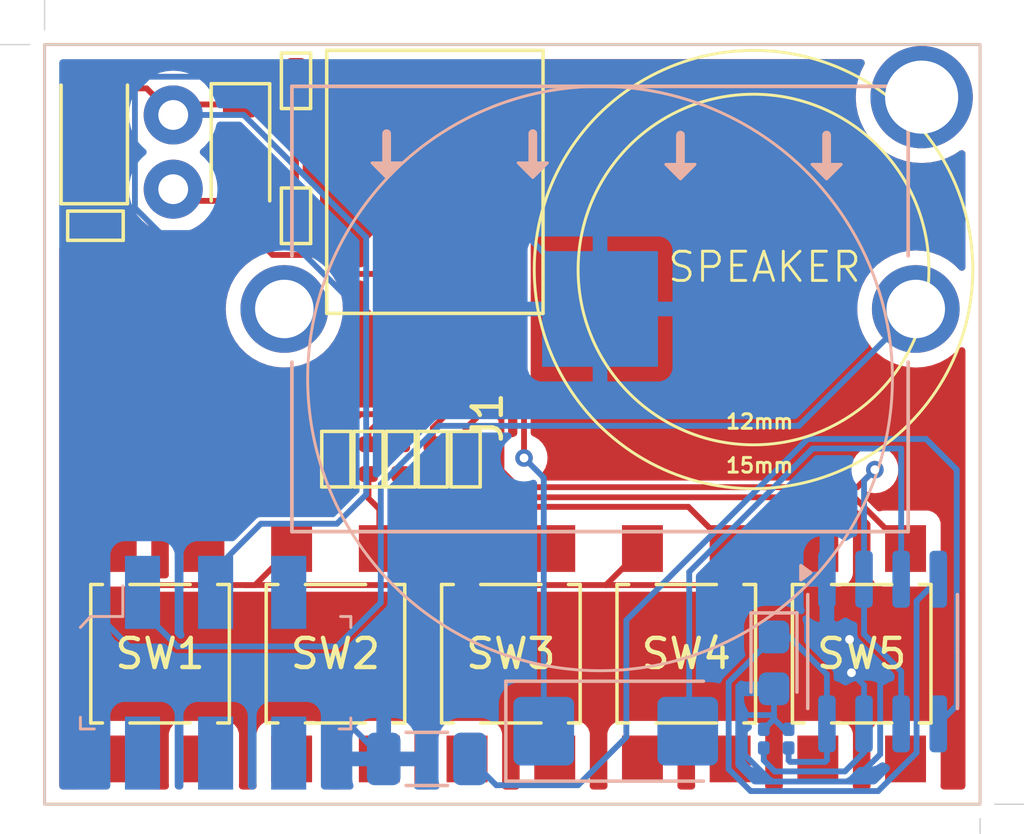
<source format=kicad_pcb>
(kicad_pcb (version 20240108) (generator "pcbnew") (generator_version "8.0")
  (layers (0 "F.Cu" signal) (31 "B.Cu" signal) (34 "B.Paste" user) (35 "F.Paste" user) (36 "B.SilkS" user "B.Silkscreen") (37 "F.SilkS" user "F.Silkscreen") (38 "B.Mask" user) (39 "F.Mask" user) (44 "Edge.Cuts" user))
  (net 0 "")
  (net 1 "GND")
  (net 2 "Net-(BT1-PadS+1)")
  (net 3 "K0")
  (net 4 "Net-(U1-R)")
  (net 5 "Net-(U1-CV)")
  (net 6 "555_OUT")
  (net 7 "Net-(Q1-B)")
  (net 8 "3V")
  (net 9 "Net-(D1-K)")
  (net 10 "Net-(D2-A)")
  (net 11 "K1")
  (net 12 "Net-(R4-Pad1)")
  (net 13 "Net-(R5-Pad1)")
  (net 14 "Net-(R6-Pad1)")
  (net 15 "Net-(R7-Pad1)")
  (net 16 "Net-(R8-Pad1)")
  (footprint "PCM_Resistor_SMD_AKL:R_0402_1005Metric" (layer "F.Cu") (at 114.58 111.69 90)
    (property "Reference" "R5" (hide yes))
    (property "Value" "25.5k 1% ERJ-2RKF2552X" (hide yes))
    (fp_line (start 0.95 -0.5) (end -0.95 -0.5) (stroke (width 0.12)) (layer "F.SilkS"))
    (fp_line (start -0.95 -0.5) (end -0.95 0.5) (stroke (width 0.12)) (layer "F.SilkS"))
    (fp_line (start 0.95 0.5) (end 0.95 -0.5) (stroke (width 0.12)) (layer "F.SilkS"))
    (fp_line (start -0.95 0.5) (end 0.95 0.5) (stroke (width 0.12)) (layer "F.SilkS"))
    (pad "1" smd roundrect (at -0.51 0 90) (size 0.54 0.64) (layers "F.Cu" "F.Paste" "F.Mask") (net 13 "Net-(R5-Pad1)"))
    (pad "2" smd roundrect (at 0.51 0 90) (size 0.54 0.64) (layers "F.Cu" "F.Paste" "F.Mask") (net 11 "K1"))
  )
  (footprint "PCM_Resistor_SMD_AKL:R_0402_1005Metric" (layer "F.Cu") (at 105.24 103.7)
    (property "Reference" "R1" (hide yes))
    (property "Value" "39 Ohm RC0402FR-0739RL" (hide yes))
    (fp_line (start -0.95 -0.5) (end -0.95 0.5) (stroke (width 0.12)) (layer "F.SilkS"))
    (fp_line (start -0.95 0.5) (end 0.95 0.5) (stroke (width 0.12)) (layer "F.SilkS"))
    (fp_line (start 0.95 -0.5) (end -0.95 -0.5) (stroke (width 0.12)) (layer "F.SilkS"))
    (fp_line (start 0.95 0.5) (end 0.95 -0.5) (stroke (width 0.12)) (layer "F.SilkS"))
    (pad "1" smd roundrect (at -0.51 0) (size 0.54 0.64) (layers "F.Cu" "F.Paste" "F.Mask") (net 9 "Net-(D1-K)"))
    (pad "2" smd roundrect (at 0.51 0) (size 0.54 0.64) (layers "F.Cu" "F.Paste" "F.Mask") (net 1 "GND"))
  )
  (footprint "PCM_Resistor_SMD_AKL:R_0402_1005Metric" (layer "F.Cu") (at 116.78 111.69 90)
    (property "Reference" "R7" (hide yes))
    (property "Value" "24k 1% ERJ-2RKF2402X" (hide yes))
    (fp_line (start 0.95 -0.5) (end -0.95 -0.5) (stroke (width 0.12)) (layer "F.SilkS"))
    (fp_line (start -0.95 -0.5) (end -0.95 0.5) (stroke (width 0.12)) (layer "F.SilkS"))
    (fp_line (start 0.95 0.5) (end 0.95 -0.5) (stroke (width 0.12)) (layer "F.SilkS"))
    (fp_line (start -0.95 0.5) (end 0.95 0.5) (stroke (width 0.12)) (layer "F.SilkS"))
    (pad "1" smd roundrect (at -0.51 0 90) (size 0.54 0.64) (layers "F.Cu" "F.Paste" "F.Mask") (net 15 "Net-(R7-Pad1)"))
    (pad "2" smd roundrect (at 0.51 0 90) (size 0.54 0.64) (layers "F.Cu" "F.Paste" "F.Mask") (net 11 "K1"))
  )
  (footprint "PCM_Resistor_SMD_AKL:R_0402_1005Metric" (layer "F.Cu") (at 112.1 103.36 -90)
    (property "Reference" "R3" (hide yes))
    (property "Value" "1k 1% ERJ-2RKF1001X" (hide yes))
    (fp_line (start -0.95 0.5) (end 0.95 0.5) (stroke (width 0.12)) (layer "F.SilkS"))
    (fp_line (start 0.95 0.5) (end 0.95 -0.5) (stroke (width 0.12)) (layer "F.SilkS"))
    (fp_line (start -0.95 -0.5) (end -0.95 0.5) (stroke (width 0.12)) (layer "F.SilkS"))
    (fp_line (start 0.95 -0.5) (end -0.95 -0.5) (stroke (width 0.12)) (layer "F.SilkS"))
    (pad "1" smd roundrect (at -0.51 0 270) (size 0.54 0.64) (layers "F.Cu" "F.Paste" "F.Mask") (net 7 "Net-(Q1-B)"))
    (pad "2" smd roundrect (at 0.51 0 270) (size 0.54 0.64) (layers "F.Cu" "F.Paste" "F.Mask") (net 1 "GND"))
  )
  (footprint "Button_Switch_SMD:SW_SPST_TL3305B" (layer "F.Cu") (at 113.45 118.35 90)
    (property "Reference" "SW2" (at 0 0 180) (layer "F.SilkS"))
    (property "Value" "TL3305" (hide yes))
    (fp_line (start 2.37 -2.37) (end 2.37 -1.97) (stroke (width 0.12)) (layer "F.SilkS"))
    (fp_line (start -2.37 -2.37) (end 2.37 -2.37) (stroke (width 0.12)) (layer "F.SilkS"))
    (fp_line (start -2.37 -2.37) (end -2.37 -1.97) (stroke (width 0.12)) (layer "F.SilkS"))
    (fp_line (start 2.37 1.03) (end 2.37 -1.03) (stroke (width 0.12)) (layer "F.SilkS"))
    (fp_line (start -2.37 1.03) (end -2.37 -1.03) (stroke (width 0.12)) (layer "F.SilkS"))
    (fp_line (start 2.37 2.37) (end 2.37 1.97) (stroke (width 0.12)) (layer "F.SilkS"))
    (fp_line (start -2.37 2.37) (end -2.37 1.97) (stroke (width 0.12)) (layer "F.SilkS"))
    (fp_line (start -2.37 2.37) (end 2.37 2.37) (stroke (width 0.12)) (layer "F.SilkS"))
    (pad "1" smd rect (at -3.6 -1.5 90) (size 1.6 1.4) (layers "F.Cu" "F.Paste" "F.Mask") (net 3 "K0"))
    (pad "1" smd rect (at 3.6 -1.5 90) (size 1.6 1.4) (layers "F.Cu" "F.Paste" "F.Mask") (net 3 "K0"))
    (pad "2" smd rect (at -3.6 1.5 90) (size 1.6 1.4) (layers "F.Cu" "F.Paste" "F.Mask") (net 13 "Net-(R5-Pad1)"))
    (pad "2" smd rect (at 3.6 1.5 90) (size 1.6 1.4) (layers "F.Cu" "F.Paste" "F.Mask") (net 13 "Net-(R5-Pad1)"))
  )
  (footprint "Button_Switch_SMD:SW_SPST_TL3305B" (layer "F.Cu") (at 131.45 118.35 90)
    (property "Reference" "SW5" (at 0 0 180) (layer "F.SilkS"))
    (property "Value" "TL3305" (hide yes))
    (fp_line (start 2.37 -2.37) (end 2.37 -1.97) (stroke (width 0.12)) (layer "F.SilkS"))
    (fp_line (start -2.37 -2.37) (end 2.37 -2.37) (stroke (width 0.12)) (layer "F.SilkS"))
    (fp_line (start -2.37 -2.37) (end -2.37 -1.97) (stroke (width 0.12)) (layer "F.SilkS"))
    (fp_line (start 2.37 1.03) (end 2.37 -1.03) (stroke (width 0.12)) (layer "F.SilkS"))
    (fp_line (start -2.37 1.03) (end -2.37 -1.03) (stroke (width 0.12)) (layer "F.SilkS"))
    (fp_line (start 2.37 2.37) (end 2.37 1.97) (stroke (width 0.12)) (layer "F.SilkS"))
    (fp_line (start -2.37 2.37) (end -2.37 1.97) (stroke (width 0.12)) (layer "F.SilkS"))
    (fp_line (start -2.37 2.37) (end 2.37 2.37) (stroke (width 0.12)) (layer "F.SilkS"))
    (pad "1" smd rect (at -3.6 -1.5 90) (size 1.6 1.4) (layers "F.Cu" "F.Paste" "F.Mask") (net 3 "K0"))
    (pad "1" smd rect (at 3.6 -1.5 90) (size 1.6 1.4) (layers "F.Cu" "F.Paste" "F.Mask") (net 3 "K0"))
    (pad "2" smd rect (at -3.6 1.5 90) (size 1.6 1.4) (layers "F.Cu" "F.Paste" "F.Mask") (net 16 "Net-(R8-Pad1)"))
    (pad "2" smd rect (at 3.6 1.5 90) (size 1.6 1.4) (layers "F.Cu" "F.Paste" "F.Mask") (net 16 "Net-(R8-Pad1)"))
  )
  (footprint "digikey-footprints:PinHeader_1x2_P2.54mm_Drill1.02mm" (layer "F.Cu") (at 107.9 102.45 90)
    (property "Reference" "J1" (at -7.82 10.75 90) (layer "F.SilkS"))
    (property "Value" "2 pin header" (hide yes))
    (pad "1" thru_hole circle (at 0 0 90) (size 2.02 2.02) (drill 1.02) (layers "*.Cu" "*.Mask") (net 10 "Net-(D2-A)"))
    (pad "2" thru_hole circle (at 2.54 0 90) (size 2.02 2.02) (drill 1.02) (layers "*.Cu" "*.Mask") (net 8 "3V"))
  )
  (footprint "Diode_SMD:D_SOD-123" (layer "F.Cu") (at 110.2 101.2 -90)
    (property "Reference" "D2" (hide yes))
    (property "Value" "DSS15U" (hide yes))
    (fp_line (start -2.36 1) (end 1.65 1) (stroke (width 0.12)) (layer "F.SilkS"))
    (fp_line (start -2.36 -1) (end -2.36 1) (stroke (width 0.12)) (layer "F.SilkS"))
    (fp_line (start -2.36 -1) (end 1.65 -1) (stroke (width 0.12)) (layer "F.SilkS"))
    (pad "1" smd roundrect (at -1.65 0 270) (size 0.9 1.2) (layers "F.Cu" "F.Paste" "F.Mask") (net 8 "3V"))
    (pad "2" smd roundrect (at 1.65 0 270) (size 0.9 1.2) (layers "F.Cu" "F.Paste" "F.Mask") (net 10 "Net-(D2-A)"))
  )
  (footprint "PCM_Resistor_SMD_AKL:R_0402_1005Metric" (layer "F.Cu") (at 113.48 111.69 90)
    (property "Reference" "R4" (hide yes))
    (property "Value" "27k 1% RMCF0402FT27K0" (hide yes))
    (fp_line (start 0.95 -0.5) (end -0.95 -0.5) (stroke (width 0.12)) (layer "F.SilkS"))
    (fp_line (start -0.95 -0.5) (end -0.95 0.5) (stroke (width 0.12)) (layer "F.SilkS"))
    (fp_line (start 0.95 0.5) (end 0.95 -0.5) (stroke (width 0.12)) (layer "F.SilkS"))
    (fp_line (start -0.95 0.5) (end 0.95 0.5) (stroke (width 0.12)) (layer "F.SilkS"))
    (pad "1" smd roundrect (at -0.51 0 90) (size 0.54 0.64) (layers "F.Cu" "F.Paste" "F.Mask") (net 12 "Net-(R4-Pad1)"))
    (pad "2" smd roundrect (at 0.51 0 90) (size 0.54 0.64) (layers "F.Cu" "F.Paste" "F.Mask") (net 11 "K1"))
  )
  (footprint "Button_Switch_SMD:SW_SPST_TL3305B" (layer "F.Cu") (at 107.45 118.35 90)
    (property "Reference" "SW1" (at 0 0 180) (layer "F.SilkS"))
    (property "Value" "TL3305" (hide yes))
    (fp_line (start 2.37 -2.37) (end 2.37 -1.97) (stroke (width 0.12)) (layer "F.SilkS"))
    (fp_line (start -2.37 -2.37) (end 2.37 -2.37) (stroke (width 0.12)) (layer "F.SilkS"))
    (fp_line (start -2.37 -2.37) (end -2.37 -1.97) (stroke (width 0.12)) (layer "F.SilkS"))
    (fp_line (start 2.37 1.03) (end 2.37 -1.03) (stroke (width 0.12)) (layer "F.SilkS"))
    (fp_line (start -2.37 1.03) (end -2.37 -1.03) (stroke (width 0.12)) (layer "F.SilkS"))
    (fp_line (start 2.37 2.37) (end 2.37 1.97) (stroke (width 0.12)) (layer "F.SilkS"))
    (fp_line (start -2.37 2.37) (end -2.37 1.97) (stroke (width 0.12)) (layer "F.SilkS"))
    (fp_line (start -2.37 2.37) (end 2.37 2.37) (stroke (width 0.12)) (layer "F.SilkS"))
    (pad "1" smd rect (at -3.6 -1.5 90) (size 1.6 1.4) (layers "F.Cu" "F.Paste" "F.Mask") (net 3 "K0"))
    (pad "1" smd rect (at 3.6 -1.5 90) (size 1.6 1.4) (layers "F.Cu" "F.Paste" "F.Mask") (net 3 "K0"))
    (pad "2" smd rect (at -3.6 1.5 90) (size 1.6 1.4) (layers "F.Cu" "F.Paste" "F.Mask") (net 12 "Net-(R4-Pad1)"))
    (pad "2" smd rect (at 3.6 1.5 90) (size 1.6 1.4) (layers "F.Cu" "F.Paste" "F.Mask") (net 12 "Net-(R4-Pad1)"))
  )
  (footprint "PCM_Package_TO_SOT_SMD_AKL:SOT-223-3_TabPin2" (layer "F.Cu") (at 116.85 102.2 -90)
    (property "Reference" "Q1" (hide yes))
    (property "Value" "PZT2222A" (hide yes))
    (fp_line (start -4.5 3.7) (end -4.5 -3.7) (stroke (width 0.12)) (layer "F.SilkS"))
    (fp_line (start 4.5 3.7) (end -4.5 3.7) (stroke (width 0.12)) (layer "F.SilkS"))
    (fp_line (start -4.5 -3.7) (end 4.5 -3.7) (stroke (width 0.12)) (layer "F.SilkS"))
    (fp_line (start 4.5 -3.7) (end 4.5 3.7) (stroke (width 0.12)) (layer "F.SilkS"))
    (pad "1" smd roundrect (at -3.15 -2.3 270) (size 2 1.5) (layers "F.Cu" "F.Paste" "F.Mask") (roundrect_rratio 0.1666666667) (net 7 "Net-(Q1-B)"))
    (pad "2" smd roundrect (at -3.15 0 270) (size 2 1.5) (layers "F.Cu" "F.Paste" "F.Mask") (roundrect_rratio 0.1666666667) (net 10 "Net-(D2-A)"))
    (pad "2" smd roundrect (at 3.15 0 270) (size 2 3.8) (layers "F.Cu" "F.Paste" "F.Mask") (roundrect_rratio 0.125) (net 10 "Net-(D2-A)"))
    (pad "3" smd roundrect (at -3.15 2.3 270) (size 2 1.5) (layers "F.Cu" "F.Paste" "F.Mask") (roundrect_rratio 0.1666666667) (net 1 "GND"))
  )
  (footprint "PCM_Resistor_SMD_AKL:R_0402_1005Metric" (layer "F.Cu") (at 117.9 111.69 90)
    (property "Reference" "R8" (hide yes))
    (property "Value" "22.1k 1% ERJ-2RKF2212X" (hide yes))
    (fp_line (start 0.95 -0.5) (end -0.95 -0.5) (stroke (width 0.12)) (layer "F.SilkS"))
    (fp_line (start -0.95 -0.5) (end -0.95 0.5) (stroke (width 0.12)) (layer "F.SilkS"))
    (fp_line (start 0.95 0.5) (end 0.95 -0.5) (stroke (width 0.12)) (layer "F.SilkS"))
    (fp_line (start -0.95 0.5) (end 0.95 0.5) (stroke (width 0.12)) (layer "F.SilkS"))
    (pad "1" smd roundrect (at -0.51 0 90) (size 0.54 0.64) (layers "F.Cu" "F.Paste" "F.Mask") (net 16 "Net-(R8-Pad1)"))
    (pad "2" smd roundrect (at 0.51 0 90) (size 0.54 0.64) (layers "F.Cu" "F.Paste" "F.Mask") (net 11 "K1"))
  )
  (footprint "PCM_Resistor_SMD_AKL:R_0402_1005Metric" (layer "F.Cu") (at 112.1 98.74 -90)
    (property "Reference" "R2" (hide yes))
    (property "Value" "10k 1% RC1005F103CS" (hide yes))
    (fp_line (start -0.95 0.5) (end 0.95 0.5) (stroke (width 0.12)) (layer "F.SilkS"))
    (fp_line (start 0.95 0.5) (end 0.95 -0.5) (stroke (width 0.12)) (layer "F.SilkS"))
    (fp_line (start -0.95 -0.5) (end -0.95 0.5) (stroke (width 0.12)) (layer "F.SilkS"))
    (fp_line (start 0.95 -0.5) (end -0.95 -0.5) (stroke (width 0.12)) (layer "F.SilkS"))
    (pad "1" smd roundrect (at -0.51 0 270) (size 0.54 0.64) (layers "F.Cu" "F.Paste" "F.Mask") (net 8 "3V"))
    (pad "2" smd roundrect (at 0.51 0 270) (size 0.54 0.64) (layers "F.Cu" "F.Paste" "F.Mask") (net 7 "Net-(Q1-B)"))
  )
  (footprint "Button_Switch_SMD:SW_SPST_TL3305B" (layer "F.Cu") (at 119.45 118.35 90)
    (property "Reference" "SW3" (at 0 0 180) (layer "F.SilkS"))
    (property "Value" "TL3305" (hide yes))
    (fp_line (start 2.37 -2.37) (end 2.37 -1.97) (stroke (width 0.12)) (layer "F.SilkS"))
    (fp_line (start -2.37 -2.37) (end 2.37 -2.37) (stroke (width 0.12)) (layer "F.SilkS"))
    (fp_line (start -2.37 -2.37) (end -2.37 -1.97) (stroke (width 0.12)) (layer "F.SilkS"))
    (fp_line (start 2.37 1.03) (end 2.37 -1.03) (stroke (width 0.12)) (layer "F.SilkS"))
    (fp_line (start -2.37 1.03) (end -2.37 -1.03) (stroke (width 0.12)) (layer "F.SilkS"))
    (fp_line (start 2.37 2.37) (end 2.37 1.97) (stroke (width 0.12)) (layer "F.SilkS"))
    (fp_line (start -2.37 2.37) (end -2.37 1.97) (stroke (width 0.12)) (layer "F.SilkS"))
    (fp_line (start -2.37 2.37) (end 2.37 2.37) (stroke (width 0.12)) (layer "F.SilkS"))
    (pad "1" smd rect (at -3.6 -1.5 90) (size 1.6 1.4) (layers "F.Cu" "F.Paste" "F.Mask") (net 3 "K0"))
    (pad "1" smd rect (at 3.6 -1.5 90) (size 1.6 1.4) (layers "F.Cu" "F.Paste" "F.Mask") (net 3 "K0"))
    (pad "2" smd rect (at -3.6 1.5 90) (size 1.6 1.4) (layers "F.Cu" "F.Paste" "F.Mask") (net 14 "Net-(R6-Pad1)"))
    (pad "2" smd rect (at 3.6 1.5 90) (size 1.6 1.4) (layers "F.Cu" "F.Paste" "F.Mask") (net 14 "Net-(R6-Pad1)"))
  )
  (footprint "LED_SMD:LED_1206_3216Metric_Pad1.42x1.75mm_HandSolder" (layer "F.Cu") (at 105.2 100.4875 90)
    (property "Reference" "D1" (hide yes))
    (property "Value" "LED 2.2V GREEN - HSMG-C150" (hide yes))
    (fp_line (start 1.6 -1.135) (end -2.46 -1.135) (stroke (width 0.12)) (layer "F.SilkS"))
    (fp_line (start -2.46 -1.135) (end -2.46 1.135) (stroke (width 0.12)) (layer "F.SilkS"))
    (fp_line (start -2.46 1.135) (end 1.6 1.135) (stroke (width 0.12)) (layer "F.SilkS"))
    (pad "1" smd roundrect (at -1.4875 0 90) (size 1.425 1.75) (layers "F.Cu" "F.Paste" "F.Mask") (roundrect_rratio 0.175439) (net 9 "Net-(D1-K)"))
    (pad "2" smd roundrect (at 1.4875 0 90) (size 1.425 1.75) (layers "F.Cu" "F.Paste" "F.Mask") (roundrect_rratio 0.175439) (net 8 "3V"))
  )
  (footprint "PCM_Resistor_SMD_AKL:R_0402_1005Metric" (layer "F.Cu") (at 115.68 111.69 90)
    (property "Reference" "R6" (hide yes))
    (property "Value" "25.5k 1% ERJ-2RKF2552X" (hide yes))
    (fp_line (start 0.95 -0.5) (end -0.95 -0.5) (stroke (width 0.12)) (layer "F.SilkS"))
    (fp_line (start -0.95 -0.5) (end -0.95 0.5) (stroke (width 0.12)) (layer "F.SilkS"))
    (fp_line (start 0.95 0.5) (end 0.95 -0.5) (stroke (width 0.12)) (layer "F.SilkS"))
    (fp_line (start -0.95 0.5) (end 0.95 0.5) (stroke (width 0.12)) (layer "F.SilkS"))
    (pad "1" smd roundrect (at -0.51 0 90) (size 0.54 0.64) (layers "F.Cu" "F.Paste" "F.Mask") (net 14 "Net-(R6-Pad1)"))
    (pad "2" smd roundrect (at 0.51 0 90) (size 0.54 0.64) (layers "F.Cu" "F.Paste" "F.Mask") (net 11 "K1"))
  )
  (footprint "Button_Switch_SMD:SW_SPST_TL3305B" (layer "F.Cu") (at 125.45 118.35 90)
    (property "Reference" "SW4" (at 0 0 180) (layer "F.SilkS"))
    (property "Value" "TL3305" (hide yes))
    (fp_line (start 2.37 -2.37) (end 2.37 -1.97) (stroke (width 0.12)) (layer "F.SilkS"))
    (fp_line (start -2.37 -2.37) (end 2.37 -2.37) (stroke (width 0.12)) (layer "F.SilkS"))
    (fp_line (start -2.37 -2.37) (end -2.37 -1.97) (stroke (width 0.12)) (layer "F.SilkS"))
    (fp_line (start 2.37 1.03) (end 2.37 -1.03) (stroke (width 0.12)) (layer "F.SilkS"))
    (fp_line (start -2.37 1.03) (end -2.37 -1.03) (stroke (width 0.12)) (layer "F.SilkS"))
    (fp_line (start 2.37 2.37) (end 2.37 1.97) (stroke (width 0.12)) (layer "F.SilkS"))
    (fp_line (start -2.37 2.37) (end -2.37 1.97) (stroke (width 0.12)) (layer "F.SilkS"))
    (fp_line (start -2.37 2.37) (end 2.37 2.37) (stroke (width 0.12)) (layer "F.SilkS"))
    (pad "1" smd rect (at -3.6 -1.5 90) (size 1.6 1.4) (layers "F.Cu" "F.Paste" "F.Mask") (net 3 "K0"))
    (pad "1" smd rect (at 3.6 -1.5 90) (size 1.6 1.4) (layers "F.Cu" "F.Paste" "F.Mask") (net 3 "K0"))
    (pad "2" smd rect (at -3.6 1.5 90) (size 1.6 1.4) (layers "F.Cu" "F.Paste" "F.Mask") (net 15 "Net-(R7-Pad1)"))
    (pad "2" smd rect (at 3.6 1.5 90) (size 1.6 1.4) (layers "F.Cu" "F.Paste" "F.Mask") (net 15 "Net-(R7-Pad1)"))
  )
  (footprint "Capacitor_SMD:C_0201_0603Metric" (layer "B.Cu") (at 128.95 121.255 90)
    (property "Reference" "C2" (hide yes))
    (property "Value" "0.1uF 10-16V CER GRM033C71C104ME14D" (hide yes))
    (pad "1" smd roundrect (at -0.32 0 90) (size 0.46 0.4) (layers "B.Cu" "B.Mask") (net 4 "Net-(U1-R)"))
    (pad "2" smd roundrect (at 0.32 0 90) (size 0.46 0.4) (layers "B.Cu" "B.Mask") (net 1 "GND"))
  )
  (footprint "Capacitor_Tantalum_SMD:CP_EIA-2012-12_Kemet-R" (layer "B.Cu") (at 128.45 118.6625 -90)
    (property "Reference" "C3" (hide yes))
    (property "Value" "10uF 10-16V TANT TMCP1A106MTRF" (hide yes))
    (fp_line (start -1.71 0.785) (end 1 0.785) (stroke (width 0.12)) (layer "B.SilkS"))
    (fp_line (start -1.71 -0.785) (end -1.71 0.785) (stroke (width 0.12)) (layer "B.SilkS"))
    (fp_line (start 1 -0.785) (end -1.71 -0.785) (stroke (width 0.12)) (layer "B.SilkS"))
    (pad "1" smd roundrect (at -0.8875 0 270) (size 1.125 1.05) (layers "B.Cu" "B.Paste" "B.Mask") (roundrect_rratio 0.238095) (net 4 "Net-(U1-R)"))
    (pad "2" smd roundrect (at 0.8875 0 270) (size 1.125 1.05) (layers "B.Cu" "B.Paste" "B.Mask") (roundrect_rratio 0.238095) (net 1 "GND"))
  )
  (footprint "Capacitor_SMD:C_1206_3216Metric" (layer "B.Cu") (at 116.575 121.95 180)
    (property "Reference" "C4" (hide yes))
    (property "Value" "0.01uF 10-50V CER GRM033R71A103KA01D" (hide yes))
    (fp_line (start 0.711252 0.91) (end -0.711252 0.91) (stroke (width 0.12)) (layer "B.SilkS"))
    (fp_line (start 0.711252 -0.91) (end -0.711252 -0.91) (stroke (width 0.12)) (layer "B.SilkS"))
    (pad "1" smd roundrect (at -1.475 0 180) (size 1.15 1.8) (layers "B.Cu" "B.Paste" "B.Mask") (roundrect_rratio 0.217391) (net 5 "Net-(U1-CV)"))
    (pad "2" smd roundrect (at 1.475 0 180) (size 1.15 1.8) (layers "B.Cu" "B.Paste" "B.Mask") (roundrect_rratio 0.217391) (net 1 "GND"))
  )
  (footprint "Capacitor_Tantalum_SMD:CP_EIA-6032-15_Kemet-U" (layer "B.Cu") (at 123.0375 121)
    (property "Reference" "C5" (hide yes))
    (property "Value" "100uF 10V TANT TAJC107K010RNJ" (hide yes))
    (fp_line (start -3.76 -1.71) (end -3.76 1.71) (stroke (width 0.12)) (layer "B.SilkS"))
    (fp_line (start -3.76 1.71) (end 3 1.71) (stroke (width 0.12)) (layer "B.SilkS"))
    (fp_line (start 3 -1.71) (end -3.76 -1.71) (stroke (width 0.12)) (layer "B.SilkS"))
    (pad "1" smd roundrect (at -2.4625 0) (size 2.075 2.35) (layers "B.Cu" "B.Paste" "B.Mask") (roundrect_rratio 0.120482) (net 7 "Net-(Q1-B)"))
    (pad "2" smd roundrect (at 2.4625 0) (size 2.075 2.35) (layers "B.Cu" "B.Paste" "B.Mask") (roundrect_rratio 0.120482) (net 6 "555_OUT"))
  )
  (footprint "digikey-footprints:Switch_Slide_JS202011SCQN" (layer "B.Cu") (at 109.35 119)
    (property "Reference" "S1" (hide yes))
    (property "Value" "JS202011SCQN" (hide yes))
    (fp_line (start -4.625 1.525) (end -4.625 1.925) (stroke (width 0.1)) (layer "B.SilkS"))
    (fp_line (start -4.625 1.925) (end -4.15 1.925) (stroke (width 0.1)) (layer "B.SilkS"))
    (fp_line (start -4.275 -1.925) (end -4.625 -1.55) (stroke (width 0.1)) (layer "B.SilkS"))
    (fp_line (start -3.175 -2.975) (end -3.175 -1.925) (stroke (width 0.1)) (layer "B.SilkS"))
    (fp_line (start -3.175 -1.925) (end -4.275 -1.925) (stroke (width 0.1)) (layer "B.SilkS"))
    (fp_line (start 4.275 -1.925) (end 4.625 -1.925) (stroke (width 0.1)) (layer "B.SilkS"))
    (fp_line (start 4.625 -1.925) (end 4.625 -1.55) (stroke (width 0.1)) (layer "B.SilkS"))
    (fp_line (start 4.625 1.55) (end 4.625 1.925) (stroke (width 0.1)) (layer "B.SilkS"))
    (fp_line (start 4.625 1.925) (end 4.225 1.925) (stroke (width 0.1)) (layer "B.SilkS"))
    (pad "1" smd rect (at -2.5 -2.75) (size 1.2 2.5) (layers "B.Cu" "B.Paste" "B.Mask") (net 2 "Net-(BT1-PadS+1)"))
    (pad "2" smd rect (at 0 -2.75) (size 1.2 2.5) (layers "B.Cu" "B.Paste" "B.Mask") (net 8 "3V"))
    (pad "3" smd rect (at 2.5 -2.75) (size 1.2 2.5) (layers "B.Cu" "B.Paste" "B.Mask"))
    (pad "4" smd rect (at -2.5 2.75) (size 1.2 2.5) (layers "B.Cu" "B.Paste" "B.Mask"))
    (pad "5" smd rect (at 0 2.75) (size 1.2 2.5) (layers "B.Cu" "B.Paste" "B.Mask"))
    (pad "6" smd rect (at 2.5 2.75) (size 1.2 2.5) (layers "B.Cu" "B.Paste" "B.Mask"))
  )
  (footprint "BK_913:BAT_BK-913" (layer "B.Cu") (at 122.5 106.55 180)
    (property "Reference" "BT1" (hide yes))
    (property "Value" "BK-913" (hide yes))
    (fp_line (start 10.54 7.62) (end -10.54 7.62) (stroke (width 0.127)) (layer "B.SilkS"))
    (fp_line (start 10.54 1.82) (end 10.54 7.62) (stroke (width 0.127)) (layer "B.SilkS"))
    (fp_line (start 10.54 -1.82) (end 10.54 -7.62) (stroke (width 0.127)) (layer "B.SilkS"))
    (fp_line (start 10.54 -7.62) (end -10.54 -7.62) (stroke (width 0.127)) (layer "B.SilkS"))
    (fp_line (start -10.54 7.62) (end -10.54 1.82) (stroke (width 0.127)) (layer "B.SilkS"))
    (fp_line (start -10.54 -7.62) (end -10.54 -1.82) (stroke (width 0.127)) (layer "B.SilkS"))
    (pad "-" smd rect (at 0 0 180) (size 3.96 3.96) (layers "B.Cu" "B.Mask") (net 1 "GND"))
    (pad "S+1" thru_hole circle (at -10.8 0 180) (size 3 3) (drill 2) (layers "*.Cu" "*.Mask") (net 2 "Net-(BT1-PadS+1)"))
    (pad "S+2" thru_hole circle (at 10.8 0 180) (size 3 3) (drill 2) (layers "*.Cu" "*.Mask"))
  )
  (footprint "Package_SO:SOIC-8_3.9x4.9mm_P1.27mm" (layer "B.Cu") (at 132.165 118.275 -90)
    (property "Reference" "U1" (hide yes))
    (property "Value" "LMC555xM" (hide yes))
    (fp_line (start -1.95 2.56) (end 0 2.56) (stroke (width 0.12)) (layer "B.SilkS"))
    (fp_line (start 1.95 2.56) (end 0 2.56) (stroke (width 0.12)) (layer "B.SilkS"))
    (fp_line (start -1.95 -2.56) (end 0 -2.56) (stroke (width 0.12)) (layer "B.SilkS"))
    (fp_line (start 1.95 -2.56) (end 0 -2.56) (stroke (width 0.12)) (layer "B.SilkS"))
    (fp_poly (pts (xy -2.7 2.465) (xy -2.94 2.795) (xy -2.46 2.795) (xy -2.7 2.465)) (stroke (width 0.12)) (fill solid) (layer "B.SilkS"))
    (pad "1" smd roundrect (at -2.475 1.905 270) (size 1.95 0.6) (layers "B.Cu" "B.Paste" "B.Mask") (net 1 "GND"))
    (pad "2" smd roundrect (at -2.475 0.635 270) (size 1.95 0.6) (layers "B.Cu" "B.Paste" "B.Mask") (net 11 "K1"))
    (pad "3" smd roundrect (at -2.475 -0.635 270) (size 1.95 0.6) (layers "B.Cu" "B.Paste" "B.Mask") (net 6 "555_OUT"))
    (pad "4" smd roundrect (at -2.475 -1.905 270) (size 1.95 0.6) (layers "B.Cu" "B.Paste" "B.Mask") (net 4 "Net-(U1-R)"))
    (pad "5" smd roundrect (at 2.475 -1.905 270) (size 1.95 0.6) (layers "B.Cu" "B.Paste" "B.Mask") (net 5 "Net-(U1-CV)"))
    (pad "6" smd roundrect (at 2.475 -0.635 270) (size 1.95 0.6) (layers "B.Cu" "B.Paste" "B.Mask") (net 11 "K1"))
    (pad "7" smd roundrect (at 2.475 0.635 270) (size 1.95 0.6) (layers "B.Cu" "B.Paste" "B.Mask") (net 3 "K0"))
    (pad "8" smd roundrect (at 2.475 1.905 270) (size 1.95 0.6) (layers "B.Cu" "B.Paste" "B.Mask") (net 4 "Net-(U1-R)"))
  )
  (footprint "Capacitor_SMD:C_0201_0603Metric" (layer "B.Cu") (at 128.1 121.255 90)
    (property "Reference" "C1" (hide yes))
    (property "Value" "0.1uF 10-16V CER GRM033C71C104ME14D" (hide yes))
    (pad "1" smd roundrect (at -0.32 0 90) (size 0.46 0.4) (layers "B.Cu" "B.Mask") (net 3 "K0"))
    (pad "2" smd roundrect (at 0.32 0 90) (size 0.46 0.4) (layers "B.Cu" "B.Mask") (net 1 "GND"))
  )
  (gr_line (start 120.2 101.55) (end 120.2 100.55) (stroke (width 0.3)) (layer "B.SilkS"))
  (gr_rect (start 103.5 97.5) (end 135.5 123.5) (stroke (width 0.1)) (fill none) (layer "B.SilkS"))
  (gr_line (start 115.2 101.55) (end 115.2 100.55) (stroke (width 0.3)) (layer "B.SilkS"))
  (gr_poly (pts (xy 125.75 101.6) (xy 125.25 102.1) (xy 124.75 101.6)) (stroke (width 0.1)) (fill solid) (layer "B.SilkS"))
  (gr_poly (pts (xy 120.7 101.55) (xy 120.2 102.05) (xy 119.7 101.55)) (stroke (width 0.1)) (fill solid) (layer "B.SilkS"))
  (gr_line (start 125.25 101.6) (end 125.25 100.6) (stroke (width 0.3)) (layer "B.SilkS"))
  (gr_poly (pts (xy 130.75 101.6) (xy 130.25 102.1) (xy 129.75 101.6)) (stroke (width 0.1)) (fill solid) (layer "B.SilkS"))
  (gr_poly (pts (xy 115.7 101.55) (xy 115.2 102.05) (xy 114.7 101.55)) (stroke (width 0.1)) (fill solid) (layer "B.SilkS"))
  (gr_line (start 130.25 101.6) (end 130.25 100.6) (stroke (width 0.3)) (layer "B.SilkS"))
  (gr_circle (center 122.5 108.930499) (end 112.5 109.030499) (stroke (width 0.1)) (fill none) (layer "B.SilkS"))
  (gr_circle (center 127.75 105.2) (end 135.25 105.2) (stroke (width 0.1)) (fill none) (layer "F.SilkS"))
  (gr_rect (start 103.5 97.5) (end 135.5 123.5) (stroke (width 0.1)) (fill none) (layer "F.SilkS"))
  (gr_circle (center 127.75 105.2) (end 133.75 105.2) (stroke (width 0.1)) (fill none) (layer "F.SilkS"))
  (gr_line (start 103.5 97) (end 103.5 96) (stroke (width 0.05)) (layer "Edge.Cuts"))
  (gr_line (start 135.5 124) (end 135.5 124.5) (stroke (width 0.05)) (layer "Edge.Cuts"))
  (gr_rect (start 103.5 97.5) (end 135.5 123.5) (stroke (width 0.05)) (fill none) (layer "Edge.Cuts"))
  (gr_line (start 136 123.5) (end 137 123.5) (stroke (width 0.05)) (layer "Edge.Cuts"))
  (gr_line (start 103 97.5) (end 102 97.5) (stroke (width 0.05)) (layer "Edge.Cuts"))
  (gr_text "12mm" (at 126.75 110.7 0) (layer "F.SilkS") (effects (font (size 0.5 0.5) (thickness 0.1)) (justify left bottom)))
  (gr_text "SPEAKER" (at 124.75 105.7 0) (layer "F.SilkS") (effects (font (size 1 1) (thickness 0.1)) (justify left bottom)))
  (gr_text "15mm" (at 126.75 112.2 0) (layer "F.SilkS") (effects (font (size 0.5 0.5) (thickness 0.1)) (justify left bottom)))
  (via (at 133.5 99.3) (size 3.5) (drill 2.5) (layers "F.Cu" "B.Cu") (net 0))
  (via (at 131.034728 117.860099) (size 0.6) (drill 0.3) (layers "F.Cu" "B.Cu") (net 1))
  (segment (start 128.45 120.585) (end 128.1 120.935) (width 0.2) (layer "B.Cu") (net 1))
  (segment (start 131.034728 117.860099) (end 131.060099 117.860099) (width 0.2) (layer "B.Cu") (net 1))
  (segment (start 128.8 120.935) (end 128.45 120.585) (width 0.2) (layer "B.Cu") (net 1))
  (segment (start 107.4 103.95) (end 107.4 103.9) (width 0.2) (layer "B.Cu") (net 1))
  (segment (start 127.45 120.5) (end 127.5 120.45) (width 0.2) (layer "B.Cu") (net 1))
  (segment (start 128.360552 122.723) (end 127.45 121.812448) (width 0.2) (layer "B.Cu") (net 1))
  (segment (start 128.45 120.45) (end 128.45 120.585) (width 0.2) (layer "B.Cu") (net 1))
  (segment (start 105.3 114.75) (end 106.477 113.573) (width 0.2) (layer "B.Cu") (net 1))
  (segment (start 106.59 99.06) (end 107.05 98.6) (width 0.2) (layer "B.Cu") (net 1))
  (segment (start 114.173 112.764552) (end 114.173 106.477415) (width 0.2) (layer "B.Cu") (net 1))
  (segment (start 105.15 116.854) (end 105.15 114.75) (width 0.2) (layer "B.Cu") (net 1))
  (segment (start 114.55 98.6) (end 122.5 106.55) (width 0.2) (layer "B.Cu") (net 1))
  (segment (start 115.1 121.95) (end 112.3 119.15) (width 0.2) (layer "B.Cu") (net 1))
  (segment (start 128.45 119.55) (end 128.45 120.45) (width 0.2) (layer "B.Cu") (net 1))
  (segment (start 127.5 120.45) (end 128.45 120.45) (width 0.2) (layer "B.Cu") (net 1))
  (segment (start 132.081275 118.881275) (end 132.081275 121.791725) (width 0.2) (layer "B.Cu") (net 1))
  (segment (start 128.95 120.935) (end 128.8 120.935) (width 0.2) (layer "B.Cu") (net 1))
  (segment (start 107.4 103.9) (end 106.59 103.09) (width 0.2) (layer "B.Cu") (net 1))
  (segment (start 131.034728 117.859728) (end 130.26 117.085) (width 0.2) (layer "B.Cu") (net 1))
  (segment (start 105.15 114.75) (end 105.3 114.75) (width 0.2) (layer "B.Cu") (net 1))
  (segment (start 107.05 98.6) (end 114.55 98.6) (width 0.2) (layer "B.Cu") (net 1))
  (segment (start 114.173 106.477415) (end 111.645585 103.95) (width 0.2) (layer "B.Cu") (net 1))
  (segment (start 127.45 121.812448) (end 127.45 120.5) (width 0.2) (layer "B.Cu") (net 1))
  (segment (start 106.59 103.09) (end 106.59 99.06) (width 0.2) (layer "B.Cu") (net 1))
  (segment (start 112.3 119.15) (end 107.446 119.15) (width 0.2) (layer "B.Cu") (net 1))
  (segment (start 131.060099 117.860099) (end 132.081275 118.881275) (width 0.2) (layer "B.Cu") (net 1))
  (segment (start 113.364552 113.573) (end 114.173 112.764552) (width 0.2) (layer "B.Cu") (net 1))
  (segment (start 107.446 119.15) (end 105.15 116.854) (width 0.2) (layer "B.Cu") (net 1))
  (segment (start 131.15 122.723) (end 128.360552 122.723) (width 0.2) (layer "B.Cu") (net 1))
  (segment (start 132.081275 121.791725) (end 131.15 122.723) (width 0.2) (layer "B.Cu") (net 1))
  (segment (start 130.26 117.085) (end 130.26 115.8) (width 0.2) (layer "B.Cu") (net 1))
  (segment (start 111.645585 103.95) (end 107.4 103.95) (width 0.2) (layer "B.Cu") (net 1))
  (segment (start 131.034728 117.860099) (end 131.034728 117.859728) (width 0.2) (layer "B.Cu") (net 1))
  (segment (start 106.477 113.573) (end 113.364552 113.573) (width 0.2) (layer "B.Cu") (net 1))
  (segment (start 113.65 117.95) (end 115 116.6) (width 0.2) (layer "B.Cu") (net 2))
  (segment (start 115 112.55) (end 117 110.55) (width 0.2) (layer "B.Cu") (net 2))
  (segment (start 115 116.6) (end 115 112.55) (width 0.2) (layer "B.Cu") (net 2))
  (segment (start 106.85 116.9) (end 108.05 118.1) (width 0.2) (layer "B.Cu") (net 2))
  (segment (start 117 110.55) (end 129.3 110.55) (width 0.2) (layer "B.Cu") (net 2))
  (segment (start 113.5 118.1) (end 113.65 117.95) (width 0.2) (layer "B.Cu") (net 2))
  (segment (start 108.05 118.1) (end 113.5 118.1) (width 0.2) (layer "B.Cu") (net 2))
  (segment (start 129.3 110.55) (end 133.3 106.55) (width 0.2) (layer "B.Cu") (net 2))
  (segment (start 106.85 116.25) (end 106.85 116.9) (width 0.2) (layer "B.Cu") (net 2))
  (segment (start 122.7 116) (end 128.7 116) (width 0.2) (layer "F.Cu") (net 3))
  (segment (start 110.7 116) (end 110.35 116) (width 0.2) (layer "F.Cu") (net 3))
  (segment (start 107.2 116) (end 110.35 116) (width 0.2) (layer "F.Cu") (net 3))
  (segment (start 116.4 116) (end 122.7 116) (width 0.2) (layer "F.Cu") (net 3))
  (segment (start 105.95 114.75) (end 107.2 116) (width 0.2) (layer "F.Cu") (net 3))
  (segment (start 111.95 114.75) (end 110.7 116) (width 0.2) (layer "F.Cu") (net 3))
  (segment (start 110.35 116) (end 116.4 116) (width 0.2) (layer "F.Cu") (net 3))
  (segment (start 117.95 114.75) (end 116.7 116) (width 0.2) (layer "F.Cu") (net 3))
  (segment (start 116.7 116) (end 116.4 116) (width 0.2) (layer "F.Cu") (net 3))
  (segment (start 131.1 119) (end 128.7 116.6) (width 0.2) (layer "F.Cu") (net 3))
  (segment (start 128.7 116.6) (end 128.7 116) (width 0.2) (layer "F.Cu") (net 3))
  (segment (start 128.7 116) (end 129.95 114.75) (width 0.2) (layer "F.Cu") (net 3))
  (segment (start 123.95 114.75) (end 122.7 116) (width 0.2) (layer "F.Cu") (net 3))
  (via (at 131.1 119) (size 0.6) (drill 0.3) (layers "F.Cu" "B.Cu") (net 3))
  (segment (start 128.1 122) (end 128.1 121.575) (width 0.2) (layer "B.Cu") (net 3))
  (segment (start 130.877999 122.377) (end 128.477 122.377) (width 0.2) (layer "B.Cu") (net 3))
  (segment (start 131.53 121.724999) (end 130.877999 122.377) (width 0.2) (layer "B.Cu") (net 3))
  (segment (start 131.53 120.75) (end 131.53 119.43) (width 0.2) (layer "B.Cu") (net 3))
  (segment (start 128.477 122.377) (end 128.1 122) (width 0.2) (layer "B.Cu") (net 3))
  (segment (start 131.53 119.43) (end 131.1 119) (width 0.2) (layer "B.Cu") (net 3))
  (segment (start 131.53 120.75) (end 131.53 121.724999) (width 0.2) (layer "B.Cu") (net 3))
  (segment (start 128.975 117.775) (end 128.45 117.775) (width 0.2) (layer "B.Cu") (net 4))
  (segment (start 127.65 123.05) (end 126.9 122.3) (width 0.2) (layer "B.Cu") (net 4))
  (segment (start 130.26 119.06) (end 128.975 117.775) (width 0.2) (layer "B.Cu") (net 4))
  (segment (start 130.2 122.05) (end 129 122.05) (width 0.2) (layer "B.Cu") (net 4))
  (segment (start 130.26 120.75) (end 130.26 119.06) (width 0.2) (layer "B.Cu") (net 4))
  (segment (start 126.9 119.325) (end 128.45 117.775) (width 0.2) (layer "B.Cu") (net 4))
  (segment (start 132.012316 123.05) (end 127.65 123.05) (width 0.2) (layer "B.Cu") (net 4))
  (segment (start 128.95 122) (end 128.95 121.575) (width 0.2) (layer "B.Cu") (net 4))
  (segment (start 130.26 120.75) (end 130.26 121.99) (width 0.2) (layer "B.Cu") (net 4))
  (segment (start 126.9 122.3) (end 126.9 119.325) (width 0.2) (layer "B.Cu") (net 4))
  (segment (start 133.327 116.543) (end 133.327 121.735316) (width 0.2) (layer "B.Cu") (net 4))
  (segment (start 134.07 115.8) (end 133.327 116.543) (width 0.2) (layer "B.Cu") (net 4))
  (segment (start 130.26 121.99) (end 130.2 122.05) (width 0.2) (layer "B.Cu") (net 4))
  (segment (start 133.327 121.735316) (end 132.012316 123.05) (width 0.2) (layer "B.Cu") (net 4))
  (segment (start 129 122.05) (end 128.95 122) (width 0.2) (layer "B.Cu") (net 4))
  (segment (start 123.4 121.2) (end 121.75 122.85) (width 0.2) (layer "B.Cu") (net 5))
  (segment (start 121.75 122.85) (end 118.95 122.85) (width 0.2) (layer "B.Cu") (net 5))
  (segment (start 134.7 112.05) (end 133.65 111) (width 0.2) (layer "B.Cu") (net 5))
  (segment (start 133.65 111) (end 129.6 111) (width 0.2) (layer "B.Cu") (net 5))
  (segment (start 123.4 117.2) (end 123.4 121.2) (width 0.2) (layer "B.Cu") (net 5))
  (segment (start 134.07 120.75) (end 134.7 120.12) (width 0.2) (layer "B.Cu") (net 5))
  (segment (start 134.7 120.12) (end 134.7 112.05) (width 0.2) (layer "B.Cu") (net 5))
  (segment (start 129.6 111) (end 123.4 117.2) (width 0.2) (layer "B.Cu") (net 5))
  (segment (start 118.95 122.85) (end 118.05 121.95) (width 0.2) (layer "B.Cu") (net 5))
  (segment (start 132.8 111.327) (end 129.773 111.327) (width 0.2) (layer "B.Cu") (net 6))
  (segment (start 132.8 115.8) (end 132.8 111.327) (width 0.2) (layer "B.Cu") (net 6))
  (segment (start 125.55 115.55) (end 125.55 120.975) (width 0.2) (layer "B.Cu") (net 6))
  (segment (start 125.55 120.975) (end 125.875 121.3) (width 0.2) (layer "B.Cu") (net 6))
  (segment (start 129.773 111.327) (end 125.55 115.55) (width 0.2) (layer "B.Cu") (net 6))
  (segment (start 117.15 101.05) (end 112.2 101.05) (width 0.2) (layer "F.Cu") (net 7))
  (segment (start 112.2 101.05) (end 112.1 100.95) (width 0.2) (layer "F.Cu") (net 7))
  (segment (start 117.15 101.05) (end 119.9 103.8) (width 0.2) (layer "F.Cu") (net 7))
  (segment (start 112.1 100.95) (end 112.1 99.25) (width 0.2) (layer "F.Cu") (net 7))
  (segment (start 119.15 99.05) (end 117.15 101.05) (width 0.2) (layer "F.Cu") (net 7))
  (segment (start 112.1 102.85) (end 112.1 100.95) (width 0.2) (layer "F.Cu") (net 7))
  (segment (start 119.9 103.8) (end 119.9 111.65) (width 0.2) (layer "F.Cu") (net 7))
  (via (at 119.9 111.65) (size 0.6) (drill 0.3) (layers "F.Cu" "B.Cu") (net 7))
  (segment (start 120.575 112.325) (end 119.9 111.65) (width 0.2) (layer "B.Cu") (net 7))
  (segment (start 120.575 121) (end 120.575 112.325) (width 0.2) (layer "B.Cu") (net 7))
  (segment (start 110.2 98.8) (end 110.77 98.23) (width 0.2) (layer "F.Cu") (net 8))
  (segment (start 110.2 99.55) (end 108.26 99.55) (width 0.2) (layer "F.Cu") (net 8))
  (segment (start 108.26 99.55) (end 107.9 99.91) (width 0.2) (layer "F.Cu") (net 8))
  (segment (start 110.77 98.23) (end 112.1 98.23) (width 0.2) (layer "F.Cu") (net 8))
  (segment (start 110.2 99.55) (end 110.2 98.8) (width 0.2) (layer "F.Cu") (net 8))
  (segment (start 105.2 99) (end 106.99 99) (width 0.2) (layer "F.Cu") (net 8))
  (segment (start 106.99 99) (end 107.9 99.91) (width 0.2) (layer "F.Cu") (net 8))
  (segment (start 110.31 99.91) (end 114.5 104.1) (width 0.2) (layer "B.Cu") (net 8))
  (segment (start 114.5 104.1) (end 114.5 112.9) (width 0.2) (layer "B.Cu") (net 8))
  (segment (start 109.35 115.45) (end 109.35 116.25) (width 0.2) (layer "B.Cu") (net 8))
  (segment (start 107.9 99.91) (end 110.31 99.91) (width 0.2) (layer "B.Cu") (net 8))
  (segment (start 114.5 112.9) (end 113.5 113.9) (width 0.2) (layer "B.Cu") (net 8))
  (segment (start 113.5 113.9) (end 110.9 113.9) (width 0.2) (layer "B.Cu") (net 8))
  (segment (start 110.9 113.9) (end 109.35 115.45) (width 0.2) (layer "B.Cu") (net 8))
  (segment (start 104.73 103.7) (end 104.73 102.445) (width 0.2) (layer "F.Cu") (net 9))
  (segment (start 104.73 102.445) (end 105.2 101.975) (width 0.2) (layer "F.Cu") (net 9))
  (segment (start 111.3 104.7) (end 113.3 104.7) (width 0.2) (layer "F.Cu") (net 10))
  (segment (start 108.3 102.85) (end 107.9 102.45) (width 0.2) (layer "F.Cu") (net 10))
  (segment (start 110.2 102.85) (end 108.3 102.85) (width 0.2) (layer "F.Cu") (net 10))
  (segment (start 110.2 103.6) (end 111.3 104.7) (width 0.2) (layer "F.Cu") (net 10))
  (segment (start 113.3 104.7) (end 113.95 105.35) (width 0.2) (layer "F.Cu") (net 10))
  (segment (start 113.95 105.35) (end 116.85 105.35) (width 0.2) (layer "F.Cu") (net 10))
  (segment (start 110.2 102.85) (end 110.2 103.6) (width 0.2) (layer "F.Cu") (net 10))
  (segment (start 119.127354 110.327354) (end 119.127354 112.077354) (width 0.2) (layer "F.Cu") (net 11))
  (segment (start 114.58 110.77) (end 115.2 110.15) (width 0.2) (layer "F.Cu") (net 11))
  (segment (start 117.9 110.65) (end 118.4 110.15) (width 0.2) (layer "F.Cu") (net 11))
  (segment (start 113.48 110.97) (end 113.48 111.18) (width 0.2) (layer "F.Cu") (net 11))
  (segment (start 116.78 110.62) (end 117.25 110.15) (width 0.2) (layer "F.Cu") (net 11))
  (segment (start 116.2 110.15) (end 115.2 110.15) (width 0.2) (layer "F.Cu") (net 11))
  (segment (start 117.25 110.15) (end 118.4 110.15) (width 0.2) (layer "F.Cu") (net 11))
  (segment (start 117.25 110.15) (end 116.2 110.15) (width 0.2) (layer "F.Cu") (net 11))
  (segment (start 115.2 110.15) (end 114.3 110.15) (width 0.2) (layer "F.Cu") (net 11))
  (segment (start 118.4 110.15) (end 118.95 110.15) (width 0.2) (layer "F.Cu") (net 11))
  (segment (start 114.58 111.18) (end 114.58 110.77) (width 0.2) (layer "F.Cu") (net 11))
  (segment (start 119.127354 112.077354) (end 119.7 112.65) (width 0.2) (layer "F.Cu") (net 11))
  (segment (start 119.7 112.65) (end 131.3 112.65) (width 0.2) (layer "F.Cu") (net 11))
  (segment (start 114.3 110.15) (end 113.48 110.97) (width 0.2) (layer "F.Cu") (net 11))
  (segment (start 117.9 111.18) (end 117.9 110.65) (width 0.2) (layer "F.Cu") (net 11))
  (segment (start 131.3 112.65) (end 131.9 112.05) (width 0.2) (layer "F.Cu") (net 11))
  (segment (start 115.68 111.18) (end 115.68 110.67) (width 0.2) (layer "F.Cu") (net 11))
  (segment (start 116.78 111.18) (end 116.78 110.62) (width 0.2) (layer "F.Cu") (net 11))
  (segment (start 115.68 110.67) (end 116.2 110.15) (width 0.2) (layer "F.Cu") (net 11))
  (segment (start 118.95 110.15) (end 119.127354 110.327354) (width 0.2) (layer "F.Cu") (net 11))
  (via (at 131.9 112.05) (size 0.6) (drill 0.3) (layers "F.Cu" "B.Cu") (net 11))
  (segment (start 132.8 118.95) (end 131.53 117.68) (width 0.2) (layer "B.Cu") (net 11))
  (segment (start 131.53 117.68) (end 131.53 115.8) (width 0.2) (layer "B.Cu") (net 11))
  (segment (start 132.8 120.75) (end 132.8 118.95) (width 0.2) (layer "B.Cu") (net 11))
  (segment (start 131.53 115.8) (end 131.53 112.42) (width 0.2) (layer "B.Cu") (net 11))
  (segment (start 131.53 112.42) (end 131.9 112.05) (width 0.2) (layer "B.Cu") (net 11))
  (segment (start 110.2 113.5) (end 112.8 113.5) (width 0.2) (layer "F.Cu") (net 12))
  (segment (start 112.8 113.5) (end 113.48 112.82) (width 0.2) (layer "F.Cu") (net 12))
  (segment (start 108.95 114.51) (end 108.95 114.75) (width 0.2) (layer "F.Cu") (net 12))
  (segment (start 108.471 114.75) (end 108.95 114.75) (width 0.2) (layer "F.Cu") (net 12))
  (segment (start 113.48 112.82) (end 113.48 112.2) (width 0.2) (layer "F.Cu") (net 12))
  (segment (start 108.95 114.75) (end 110.2 113.5) (width 0.2) (layer "F.Cu") (net 12))
  (segment (start 114.58 113.03) (end 114.58 112.2) (width 0.2) (layer "F.Cu") (net 13))
  (segment (start 114.95 113.4) (end 114.58 113.03) (width 0.2) (layer "F.Cu") (net 13))
  (segment (start 114.95 114.75) (end 114.95 113.4) (width 0.2) (layer "F.Cu") (net 13))
  (segment (start 115.68 112.68) (end 115.68 112.2) (width 0.2) (layer "F.Cu") (net 14))
  (segment (start 120.95 114.75) (end 119.85 113.65) (width 0.2) (layer "F.Cu") (net 14))
  (segment (start 116.65 113.65) (end 115.68 112.68) (width 0.2) (layer "F.Cu") (net 14))
  (segment (start 119.85 113.65) (end 116.65 113.65) (width 0.2) (layer "F.Cu") (net 14))
  (segment (start 125.523 113.323) (end 117.35 113.323) (width 0.2) (layer "F.Cu") (net 15))
  (segment (start 117.35 113.323) (end 116.78 112.753) (width 0.2) (layer "F.Cu") (net 15))
  (segment (start 116.78 112.753) (end 116.78 112.2) (width 0.2) (layer "F.Cu") (net 15))
  (segment (start 126.95 114.75) (end 125.523 113.323) (width 0.2) (layer "F.Cu") (net 15))
  (segment (start 132.95 114.75) (end 131.196 112.996) (width 0.2) (layer "F.Cu") (net 16))
  (segment (start 131.196 112.996) (end 118.3 112.996) (width 0.2) (layer "F.Cu") (net 16))
  (segment (start 118.3 112.996) (end 117.9 112.596) (width 0.2) (layer "F.Cu") (net 16))
  (segment (start 117.9 112.596) (end 117.9 112.2) (width 0.2) (layer "F.Cu") (net 16))
  (zone (net 1) (net_name "GND") (layers "F&B.Cu") (name "GND_POUR") (connect_pads (clearance 0.5)) (min_thickness 0.25) (fill yes (thermal_gap 0.5) (thermal_bridge_width 0.5))
    (polygon (pts (xy 103.5 97.5) (xy 135.5 97.5) (xy 135.5 123.45) (xy 135.45 123.5) (xy 103.5 123.5)))
  )
)
</source>
